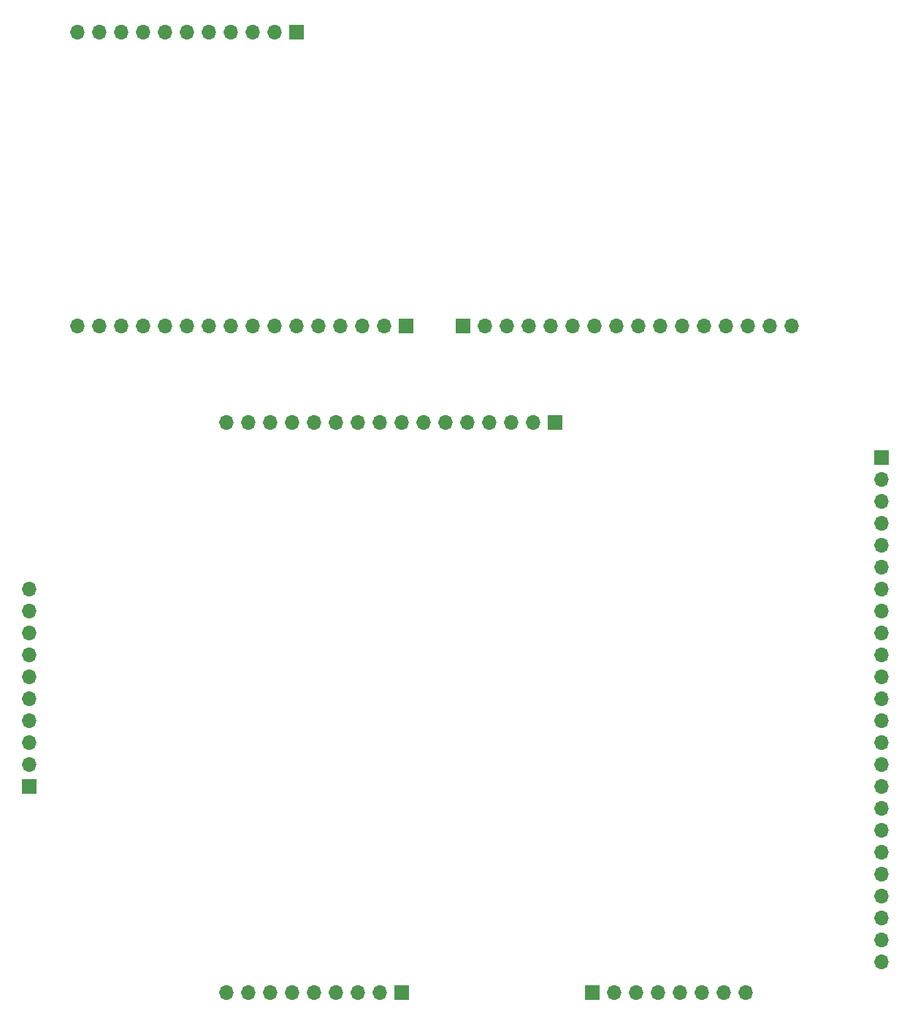
<source format=gbr>
%TF.GenerationSoftware,KiCad,Pcbnew,(5.1.10-1-10_14)*%
%TF.CreationDate,2021-11-08T20:31:17-05:00*%
%TF.ProjectId,RAM-backplane,52414d2d-6261-4636-9b70-6c616e652e6b,rev?*%
%TF.SameCoordinates,Original*%
%TF.FileFunction,Soldermask,Bot*%
%TF.FilePolarity,Negative*%
%FSLAX46Y46*%
G04 Gerber Fmt 4.6, Leading zero omitted, Abs format (unit mm)*
G04 Created by KiCad (PCBNEW (5.1.10-1-10_14)) date 2021-11-08 20:31:17*
%MOMM*%
%LPD*%
G01*
G04 APERTURE LIST*
%ADD10O,1.700000X1.700000*%
%ADD11R,1.700000X1.700000*%
G04 APERTURE END LIST*
D10*
%TO.C,J7*%
X101346000Y-64770000D03*
X101346000Y-67310000D03*
X101346000Y-69850000D03*
X101346000Y-72390000D03*
X101346000Y-74930000D03*
X101346000Y-77470000D03*
X101346000Y-80010000D03*
X101346000Y-82550000D03*
X101346000Y-85090000D03*
D11*
X101346000Y-87630000D03*
%TD*%
D10*
%TO.C,J4*%
X200152000Y-107950000D03*
X200152000Y-105410000D03*
X200152000Y-102870000D03*
X200152000Y-100330000D03*
X200152000Y-97790000D03*
X200152000Y-95250000D03*
X200152000Y-92710000D03*
X200152000Y-90170000D03*
X200152000Y-87630000D03*
X200152000Y-85090000D03*
X200152000Y-82550000D03*
X200152000Y-80010000D03*
X200152000Y-77470000D03*
X200152000Y-74930000D03*
X200152000Y-72390000D03*
X200152000Y-69850000D03*
X200152000Y-67310000D03*
X200152000Y-64770000D03*
X200152000Y-62230000D03*
X200152000Y-59690000D03*
X200152000Y-57150000D03*
X200152000Y-54610000D03*
X200152000Y-52070000D03*
D11*
X200152000Y-49530000D03*
%TD*%
D10*
%TO.C,J8*%
X124206000Y-111506000D03*
X126746000Y-111506000D03*
X129286000Y-111506000D03*
X131826000Y-111506000D03*
X134366000Y-111506000D03*
X136906000Y-111506000D03*
X139446000Y-111506000D03*
X141986000Y-111506000D03*
D11*
X144526000Y-111506000D03*
%TD*%
D10*
%TO.C,J5*%
X106934000Y-254000D03*
X109474000Y-254000D03*
X112014000Y-254000D03*
X114554000Y-254000D03*
X117094000Y-254000D03*
X119634000Y-254000D03*
X122174000Y-254000D03*
X124714000Y-254000D03*
X127254000Y-254000D03*
X129794000Y-254000D03*
D11*
X132334000Y-254000D03*
%TD*%
%TO.C,J3*%
X145034000Y-34290000D03*
D10*
X142494000Y-34290000D03*
X139954000Y-34290000D03*
X137414000Y-34290000D03*
X134874000Y-34290000D03*
X132334000Y-34290000D03*
X129794000Y-34290000D03*
X127254000Y-34290000D03*
X124714000Y-34290000D03*
X122174000Y-34290000D03*
X119634000Y-34290000D03*
X117094000Y-34290000D03*
X114554000Y-34290000D03*
X112014000Y-34290000D03*
X109474000Y-34290000D03*
X106934000Y-34290000D03*
%TD*%
%TO.C,J6*%
X184404000Y-111506000D03*
X181864000Y-111506000D03*
X179324000Y-111506000D03*
X176784000Y-111506000D03*
X174244000Y-111506000D03*
X171704000Y-111506000D03*
X169164000Y-111506000D03*
D11*
X166624000Y-111506000D03*
%TD*%
D10*
%TO.C,J2*%
X124206000Y-45466000D03*
X126746000Y-45466000D03*
X129286000Y-45466000D03*
X131826000Y-45466000D03*
X134366000Y-45466000D03*
X136906000Y-45466000D03*
X139446000Y-45466000D03*
X141986000Y-45466000D03*
X144526000Y-45466000D03*
X147066000Y-45466000D03*
X149606000Y-45466000D03*
X152146000Y-45466000D03*
X154686000Y-45466000D03*
X157226000Y-45466000D03*
X159766000Y-45466000D03*
D11*
X162306000Y-45466000D03*
%TD*%
D10*
%TO.C,J1*%
X189738000Y-34290000D03*
X187198000Y-34290000D03*
X184658000Y-34290000D03*
X182118000Y-34290000D03*
X179578000Y-34290000D03*
X177038000Y-34290000D03*
X174498000Y-34290000D03*
X171958000Y-34290000D03*
X169418000Y-34290000D03*
X166878000Y-34290000D03*
X164338000Y-34290000D03*
X161798000Y-34290000D03*
X159258000Y-34290000D03*
X156718000Y-34290000D03*
X154178000Y-34290000D03*
D11*
X151638000Y-34290000D03*
%TD*%
M02*

</source>
